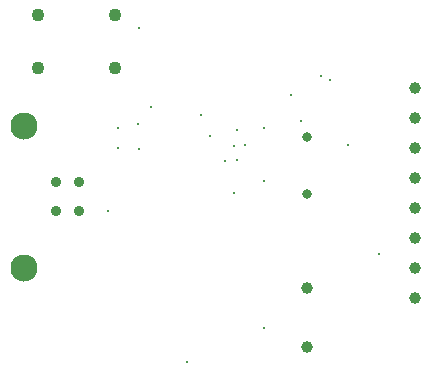
<source format=gbr>
%TF.GenerationSoftware,KiCad,Pcbnew,8.0.3*%
%TF.CreationDate,2024-07-10T12:56:30+05:30*%
%TF.ProjectId,Project_Rfid,50726f6a-6563-4745-9f52-6669642e6b69,rev?*%
%TF.SameCoordinates,Original*%
%TF.FileFunction,Plated,1,2,PTH,Drill*%
%TF.FilePolarity,Positive*%
%FSLAX46Y46*%
G04 Gerber Fmt 4.6, Leading zero omitted, Abs format (unit mm)*
G04 Created by KiCad (PCBNEW 8.0.3) date 2024-07-10 12:56:30*
%MOMM*%
%LPD*%
G01*
G04 APERTURE LIST*
%TA.AperFunction,ViaDrill*%
%ADD10C,0.300000*%
%TD*%
%TA.AperFunction,ComponentDrill*%
%ADD11C,0.800000*%
%TD*%
%TA.AperFunction,ComponentDrill*%
%ADD12C,0.900000*%
%TD*%
%TA.AperFunction,ComponentDrill*%
%ADD13C,1.000000*%
%TD*%
%TA.AperFunction,ComponentDrill*%
%ADD14C,1.100000*%
%TD*%
%TA.AperFunction,ComponentDrill*%
%ADD15C,2.300000*%
%TD*%
G04 APERTURE END LIST*
D10*
X128270000Y-112191000D03*
X129108531Y-106802590D03*
X129159000Y-105156000D03*
X130810000Y-104775000D03*
X130937000Y-96647000D03*
X130937000Y-106934000D03*
X131953000Y-103378000D03*
X135001000Y-124968000D03*
X136144000Y-104013000D03*
X136906000Y-105791000D03*
X138176000Y-107915000D03*
X138938000Y-106680000D03*
X138938000Y-110617000D03*
X139179000Y-107857151D03*
X139192000Y-105283000D03*
X139870265Y-106596265D03*
X141478000Y-105156000D03*
X141478000Y-109601000D03*
X141478000Y-122047000D03*
X143764000Y-102362000D03*
X144653000Y-104521000D03*
X146316000Y-100711000D03*
X147066000Y-101092000D03*
X148590000Y-106553000D03*
X151257000Y-115824000D03*
D11*
%TO.C,Y1*%
X145161000Y-105864000D03*
X145161000Y-110744000D03*
D12*
%TO.C,J2*%
X123872000Y-109691000D03*
X123872000Y-112191000D03*
X125872000Y-109691000D03*
X125872000Y-112191000D03*
D13*
%TO.C,BZ1*%
X145161000Y-118655785D03*
X145161000Y-123655785D03*
%TO.C,J1*%
X154305000Y-101727000D03*
X154305000Y-104267000D03*
X154305000Y-106807000D03*
X154305000Y-109347000D03*
X154305000Y-111887000D03*
X154305000Y-114427000D03*
X154305000Y-116967000D03*
X154305000Y-119507000D03*
D14*
%TO.C,SW1*%
X122405000Y-95576000D03*
X122405000Y-100076000D03*
X128905000Y-95576000D03*
X128905000Y-100076000D03*
D15*
%TO.C,J2*%
X121172000Y-104921000D03*
X121172000Y-116961000D03*
M02*

</source>
